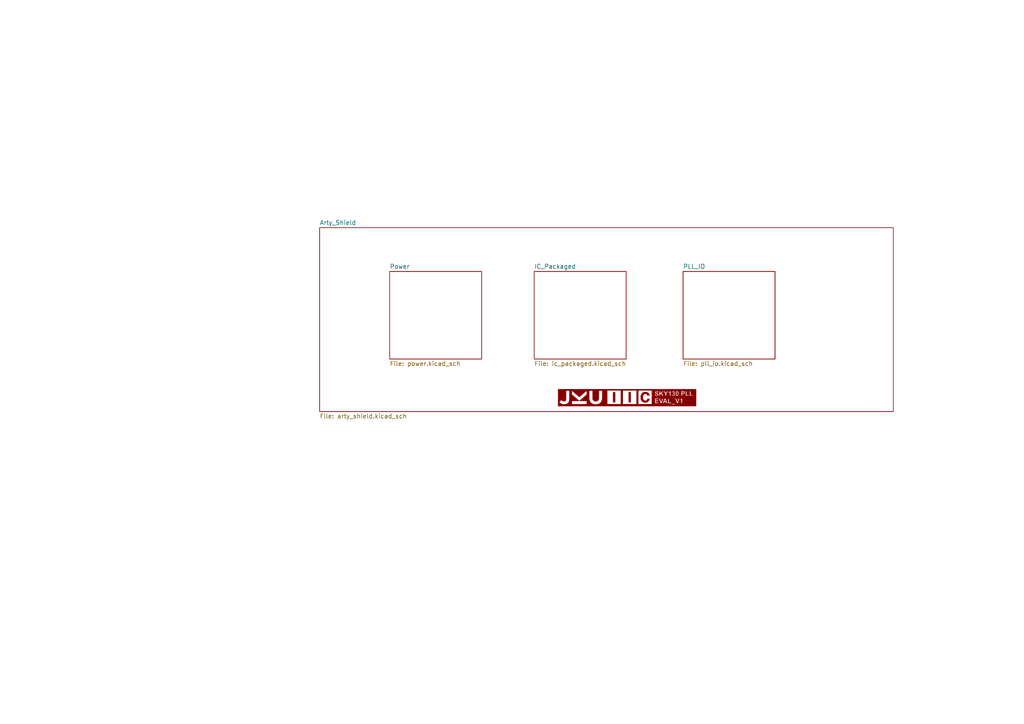
<source format=kicad_sch>
(kicad_sch (version 20230121) (generator eeschema)
  (paper "A4")
  (title_block (title "SKY130_PLL_EVAL_V1") (date "2024-04-05") (rev "v0.1") (company "IIC JKU") (comment 2 "apache.org/licenses/LICENSE-2.0") (comment 3 "License: Apache 2.0") (comment 4 "Author: Patrick Fath"))
  (lib_symbols
    (symbol "SKY130_PLL_LOGO:LOGO" (pin_names (offset 1.016))
      (symbol "LOGO_0_0"
        (polyline (pts (xy -3.4542 0.0909) (xy -3.4542 1.5583) (xy -3.7529 1.5583) (xy -4.0515 1.5583) (xy -4.0515 0.0909) (xy -4.0515 -1.3764) (xy -3.7529 -1.3764) (xy -3.4542 -1.3764) (xy -3.4542 0.0909)) (stroke (width 0.01)) (fill (type outline)))
        (polyline (pts (xy 1.0648 0.0909) (xy 1.0648 1.5583) (xy 0.7662 1.5583) (xy 0.4675 1.5583) (xy 0.4675 0.0909) (xy 0.4675 -1.3764) (xy 0.7662 -1.3764) (xy 1.0648 -1.3764) (xy 1.0648 0.0909)) (stroke (width 0.01)) (fill (type outline)))
        (polyline (pts (xy 16.2701 1.2483) (xy 16.3397 1.2567) (xy 16.387 1.276) (xy 16.4281 1.3104) (xy 16.4281 1.3105) (xy 16.481 1.3851) (xy 16.4841 1.4592) (xy 16.438 1.5418) (xy 16.4289 1.5531) (xy 16.3968 1.5841) (xy 16.3561 1.6013) (xy 16.2924 1.6087) (xy 16.1913 1.6103) (xy 15.9984 1.6103) (xy 15.9984 1.4285) (xy 15.9984 1.2467) (xy 16.1813 1.2467) (xy 16.2701 1.2483)) (stroke (width 0.01)) (fill (type outline)))
        (polyline (pts (xy 11.0677 -1.0907) (xy 11.1585 -1.0871) (xy 11.205 -1.0768) (xy 11.2136 -1.0583) (xy 11.1725 -0.9439) (xy 11.1244 -0.8135) (xy 11.0892 -0.7234) (xy 11.0645 -0.6682) (xy 11.0481 -0.6427) (xy 11.0378 -0.6415) (xy 11.032 -0.6509) (xy 11.0093 -0.7014) (xy 10.9783 -0.7795) (xy 10.9445 -0.8702) (xy 10.9135 -0.9583) (xy 10.8908 -1.0287) (xy 10.882 -1.0663) (xy 10.9051 -1.0785) (xy 10.9668 -1.0874) (xy 11.0536 -1.0908) (xy 11.0677 -1.0907)) (stroke (width 0.01)) (fill (type outline)))
        (polyline (pts (xy 14.5787 0.715) (xy 14.6394 0.7695) (xy 14.649 0.789) (xy 14.6682 0.8674) (xy 14.6811 0.9783) (xy 14.6877 1.1082) (xy 14.6878 1.2434) (xy 14.6812 1.3703) (xy 14.6678 1.4755) (xy 14.6475 1.5453) (xy 14.628 1.5769) (xy 14.5659 1.6249) (xy 14.4945 1.6279) (xy 14.4266 1.5837) (xy 14.4231 1.5797) (xy 14.3996 1.5412) (xy 14.3838 1.4845) (xy 14.3735 1.3982) (xy 14.3665 1.2712) (xy 14.3634 1.0864) (xy 14.3724 0.9222) (xy 14.3947 0.8071) (xy 14.4305 0.7405) (xy 14.4362 0.7352) (xy 14.5054 0.7028) (xy 14.5787 0.715)) (stroke (width 0.01)) (fill (type outline)))
        (polyline (pts (xy 5.5126 -1.4297) (xy 5.6977 -1.3857) (xy 5.8651 -1.3211) (xy 5.9364 -1.2828) (xy 6.1196 -1.147) (xy 6.277 -0.974) (xy 6.3993 -0.7734) (xy 6.4046 -0.7622) (xy 6.4507 -0.655) (xy 6.4876 -0.552) (xy 6.5078 -0.4739) (xy 6.5255 -0.3636) (xy 6.2286 -0.3636) (xy 5.9317 -0.3636) (xy 5.8838 -0.4969) (xy 5.8541 -0.5691) (xy 5.7601 -0.7174) (xy 5.6361 -0.8233) (xy 5.4822 -0.8867) (xy 5.2982 -0.9078) (xy 5.2179 -0.9047) (xy 5.0643 -0.8736) (xy 4.9335 -0.8041) (xy 4.8116 -0.6899) (xy 4.7978 -0.6739) (xy 4.7296 -0.5848) (xy 4.6796 -0.4935) (xy 4.6453 -0.3902) (xy 4.6241 -0.265) (xy 4.6134 -0.1079) (xy 4.6108 0.0909) (xy 4.6144 0.2807) (xy 4.627 0.4432) (xy 4.6514 0.5743) (xy 4.6904 0.6842) (xy 4.7466 0.7834) (xy 4.8229 0.8822) (xy 4.8849 0.9469) (xy 5.0027 1.0297) (xy 5.1407 1.0756) (xy 5.3112 1.0897) (xy 5.3961 1.0865) (xy 5.5626 1.0539) (xy 5.6963 0.9835) (xy 5.8023 0.8721) (xy 5.8856 0.7164) (xy 5.9345 0.5976) (xy 6.2363 0.5975) (xy 6.5381 0.5974) (xy 6.5152 0.7207) (xy 6.4767 0.8589) (xy 6.3889 1.0427) (xy 6.2681 1.2133) (xy 6.124 1.3579) (xy 5.9659 1.4635) (xy 5.8211 1.5279) (xy 5.6599 1.5757) (xy 5.4825 1.6017) (xy 5.2722 1.6094) (xy 5.1348 1.6069) (xy 5.0218 1.5975) (xy 4.9247 1.5785) (xy 4.825 1.5476) (xy 4.6282 1.4595) (xy 4.4301 1.3208) (xy 4.267 1.1445) (xy 4.1393 0.9312) (xy 4.0476 0.6819) (xy 3.9922 0.3972) (xy 3.9736 0.078) (xy 3.974 0.0281) (xy 3.9909 -0.2523) (xy 4.035 -0.4951) (xy 4.1088 -0.7071) (xy 4.2144 -0.8954) (xy 4.3542 -1.0668) (xy 4.3652 -1.0781) (xy 4.5395 -1.2254) (xy 4.7333 -1.3348) (xy 4.9346 -1.3995) (xy 4.9922 -1.4109) (xy 5.0751 -1.4274) (xy 5.1294 -1.4381) (xy 5.1631 -1.4437) (xy 5.3282 -1.45) (xy 5.5126 -1.4297)) (stroke (width 0.01)) (fill (type outline)))
        (polyline (pts (xy 20.0239 -0.0129) (xy 20.0239 2.4413) (xy 0.013 2.4413) (xy -19.9979 2.4413) (xy -19.9979 2.0778) (xy -5.7397 2.0778) (xy -3.7529 2.0778) (xy -1.766 2.0778) (xy -1.766 0.0909) (xy -1.766 -0.7764) (xy -1.2161 -0.7764) (xy -1.2159 -0.4962) (xy -1.2153 -0.197) (xy -1.2144 0.1169) (xy -1.2077 2.0648) (xy 0.7727 2.0714) (xy 2.753 2.0781) (xy 2.753 0.0911) (xy 2.753 -1.8959) (xy 3.2724 -1.8959) (xy 3.2724 0.0909) (xy 3.2724 2.0778) (xy 5.2462 2.0778) (xy 7.22 2.0778) (xy 7.22 0.8576) (xy 8.0546 0.8576) (xy 8.0634 0.9148) (xy 8.1096 0.9446) (xy 8.1534 0.955) (xy 8.2398 0.9603) (xy 8.3009 0.9315) (xy 8.3498 0.8641) (xy 8.3584 0.8487) (xy 8.4314 0.7597) (xy 8.5249 0.7152) (xy 8.6476 0.7106) (xy 8.6624 0.7123) (xy 8.7557 0.7375) (xy 8.8229 0.7911) (xy 8.8285 0.7977) (xy 8.8666 0.8502) (xy 8.8822 0.8857) (xy 8.8616 0.9347) (xy 8.7937 0.9892) (xy 8.6832 1.0415) (xy 8.5348 1.0886) (xy 8.5331 1.0891) (xy 8.4128 1.1237) (xy 8.3281 1.1571) (xy 8.2635 1.1967) (xy 8.2036 1.25) (xy 8.1653 1.2897) (xy 8.1241 1.3455) (xy 8.1067 1.4051) (xy 8.1031 1.4925) (xy 8.1032 1.5148) (xy 8.1104 1.5994) (xy 8.1343 1.6616) (xy 8.1834 1.7259) (xy 8.261 1.7956) (xy 8.3615 1.8431) (xy 8.4899 1.8656) (xy 8.6565 1.8661) (xy 8.6601 1.8659) (xy 8.7812 1.855) (xy 8.8649 1.8351) (xy 8.9247 1.803) (xy 8.9564 1.7777) (xy 9.0551 1.6653) (xy 9.1059 1.5388) (xy 9.1224 1.4544) (xy 8.9795 1.4544) (xy 8.9111 1.4556) (xy 8.8572 1.4642) (xy 8.827 1.4873) (xy 8.8045 1.532) (xy 8.7902 1.5587) (xy 8.7227 1.6178) (xy 8.6255 1.6453) (xy 8.51 1.6372) (xy 8.4689 1.6273) (xy 8.4022 1.6027) (xy 8.3707 1.5696) (xy 8.3628 1.5185) (xy 8.3643 1.501) (xy 8.3869 1.456) (xy 8.4418 1.4166) (xy 8.5355 1.3789) (xy 8.6744 1.3395) (xy 8.708 1.3307) (xy 8.8771 1.2744) (xy 9.0002 1.2073) (xy 9.0822 1.125) (xy 9.1278 1.0228) (xy 9.1419 0.8961) (xy 9.1419 0.8933) (xy 9.1184 0.748) (xy 9.0498 0.6285) (xy 8.9369 0.5358) (xy 8.896 0.516) (xy 8.8095 0.4935) (xy 9.3748 0.4935) (xy 9.3817 1.1752) (xy 9.3887 1.857) (xy 9.525 1.8648) (xy 9.6614 1.8727) (xy 9.6614 1.5857) (xy 9.6624 1.4853) (xy 9.6659 1.3885) (xy 9.6714 1.3228) (xy 9.6781 1.2986) (xy 9.68 1.2993) (xy 9.7086 1.3234) (xy 9.7628 1.3765) (xy 9.8345 1.4501) (xy 9.9159 1.5361) (xy 9.9993 1.6261) (xy 10.0768 1.7121) (xy 10.1405 1.7856) (xy 10.1545 1.802) (xy 10.1929 1.8399) (xy 10.2346 1.8602) (xy 10.296 1.8684) (xy 10.393 1.87) (xy 10.3957 1.87) (xy 10.4864 1.8666) (xy 10.5468 1.8578) (xy 10.566 1.8453) (xy 10.5647 1.8427) (xy 10.5631 1.8407) (xy 10.6287 1.8407) (xy 10.6399 1.8584) (xy 10.6855 1.8675) (xy 10.7742 1.87) (xy 10.9316 1.87) (xy 11.0792 1.6225) (xy 11.131 1.5371) (xy 11.1856 1.4501) (xy 11.2265 1.3887) (xy 11.2475 1.3624) (xy 11.2655 1.3754) (xy 11.3045 1.4252) (xy 11.3577 1.504) (xy 11.4192 1.6033) (xy 11.5704 1.857) (xy 11.7197 1.8648) (xy 11.7754 1.8662) (xy 11.8444 1.8605) (xy 11.8689 1.8448) (xy 11.8618 1.8268) (xy 11.8308 1.7698) (xy 11.7796 1.6829) (xy 11.7129 1.5737) (xy 11.6352 1.4502) (xy 11.6032 1.4) (xy 12.0247 1.4) (xy 12.0255 1.4327) (xy 12.0364 1.4847) (xy 12.0699 1.5238) (xy 12.1381 1.5678) (xy 12.197 1.6074) (xy 12.2749 1.6718) (xy 12.3447 1.7408) (xy 12.395 1.8029) (xy 12.4143 1.8464) (xy 12.4174 1.8527) (xy 12.4552 1.8644) (xy 12.5247 1.865) (xy 12.6351 1.857) (xy 12.642 1.1752) (xy 12.6453 0.8456) (xy 13.0175 0.8456) (xy 13.0254 0.8503) (xy 13.0741 0.8636) (xy 13.1467 0.8741) (xy 13.1703 0.8763) (xy 13.2332 0.8755) (xy 13.2728 0.8533) (xy 13.3107 0.7997) (xy 13.3279 0.7736) (xy 13.3809 0.7247) (xy 13.4548 0.7065) (xy 13.4934 0.7061) (xy 13.575 0.7337) (xy 13.6251 0.8019) (xy 13.6421 0.909) (xy 13.6399 0.952) (xy 13.6107 1.0445) (xy 13.5465 1.099) (xy 13.4459 1.1168) (xy 13.4137 1.117) (xy 13.3655 1.1229) (xy 13.3515 1.1459) (xy 13.359 1.198) (xy 13.3592 1.1987) (xy 13.3705 1.2623) (xy 13.3753 1.3019) (xy 13.3824 1.314) (xy 13.4214 1.3246) (xy 13.5012 1.3469) (xy 13.5603 1.4067) (xy 13.583 1.4897) (xy 13.5727 1.5643) (xy 13.5308 1.6187) (xy 13.4545 1.6358) (xy 13.4031 1.6315) (xy 13.3418 1.6001) (xy 13.3008 1.5285) (xy 13.2952 1.5143) (xy 13.2735 1.4799) (xy 13.2372 1.4708) (xy 13.1683 1.4803) (xy 13.1439 1.4851) (xy 13.0786 1.5021) (xy 13.0439 1.5175) (xy 13.0416 1.5311) (xy 13.0554 1.5808) (xy 13.0871 1.6498) (xy 13.1478 1.7363) (xy 13.2551 1.8194) (xy 13.3828 1.8612) (xy 13.5214 1.8591) (xy 13.6613 1.8105) (xy 13.667 1.8075) (xy 13.7736 1.726) (xy 13.8385 1.6258) (xy 13.86 1.5159) (xy 13.8363 1.4054) (xy 13.7653 1.3031) (xy 13.6899 1.2277) (xy 13.7534 1.1987) (xy 13.7599 1.1955) (xy 13.8172 1.1496) (xy 13.8371 1.1246) (xy 14.0895 1.1246) (xy 14.0911 1.2807) (xy 14.1031 1.4244) (xy 14.1257 1.5401) (xy 14.1425 1.5894) (xy 14.2141 1.713) (xy 14.3104 1.8001) (xy 14.4228 1.8507) (xy 14.5424 1.8646) (xy 14.6607 1.8417) (xy 14.7689 1.7819) (xy 14.8583 1.6851) (xy 14.9203 1.5512) (xy 14.9314 1.5062) (xy 14.95 1.3733) (xy 14.9583 1.2164) (xy 14.9563 1.0543) (xy 14.9439 0.9057) (xy 14.936 0.8653) (xy 15.7169 0.8653) (xy 15.7173 1.0285) (xy 15.7187 1.2082) (xy 15.7257 1.857) (xy 16.1023 1.8556) (xy 16.1663 1.8551) (xy 16.3256 1.8509) (xy 16.4451 1.8403) (xy 16.5337 1.8208) (xy 16.6003 1.7897) (xy 16.654 1.7444) (xy 16.7036 1.6825) (xy 16.7266 1.6426) (xy 16.759 1.534) (xy 16.7675 1.4117) (xy 16.7515 1.2954) (xy 16.711 1.2048) (xy 16.6554 1.1371) (xy 16.5894 1.0809) (xy 16.5106 1.0452) (xy 16.406 1.0244) (xy 16.2627 1.0129) (xy 16.0114 0.9999) (xy 16.0039 0.7467) (xy 15.9965 0.4935) (xy 17.0113 0.4935) (xy 17.0113 1.1688) (xy 17.0113 1.844) (xy 17.1406 1.844) (xy 17.2699 1.844) (xy 17.2769 1.2921) (xy 17.284 0.7402) (xy 17.6281 0.733) (xy 17.9722 0.7257) (xy 17.9722 0.6096) (xy 17.9722 0.4935) (xy 18.154 0.4935) (xy 18.154 1.1688) (xy 18.154 1.844) (xy 18.2968 1.844) (xy 18.4397 1.844) (xy 18.4397 1.2856) (xy 18.4397 0.7272) (xy 18.7903 0.7272) (xy 19.1409 0.7272) (xy 19.1409 0.6104) (xy 19.1409 0.4935) (xy 18.6474 0.4935) (xy 18.154 0.4935) (xy 17.9722 0.4935) (xy 17.4917 0.4935) (xy 17.0113 0.4935) (xy 15.9965 0.4935) (xy 15.8668 0.4935) (xy 15.8351 0.4942) (xy 15.7586 0.5047) (xy 15.7244 0.5264) (xy 15.7218 0.5487) (xy 15.7193 0.618) (xy 15.7176 0.726) (xy 15.7169 0.8653) (xy 14.936 0.8653) (xy 14.9212 0.7893) (xy 14.8907 0.7117) (xy 14.8027 0.5868) (xy 14.682 0.4967) (xy 14.6459 0.484) (xy 14.5589 0.4715) (xy 14.464 0.472) (xy 14.3881 0.4863) (xy 14.3274 0.5162) (xy 14.2231 0.6055) (xy 14.1465 0.7248) (xy 14.1422 0.7351) (xy 14.1154 0.8364) (xy 14.0977 0.9713) (xy 14.0895 1.1246) (xy 13.8371 1.1246) (xy 13.8687 1.0849) (xy 13.9124 0.9722) (xy 13.9153 0.8449) (xy 13.8766 0.7208) (xy 13.8001 0.6114) (xy 13.6893 0.5279) (xy 13.5535 0.4793) (xy 13.4084 0.4731) (xy 13.272 0.5109) (xy 13.1541 0.59) (xy 13.0642 0.7076) (xy 13.041 0.7548) (xy 13.0188 0.8148) (xy 13.0175 0.8456) (xy 12.6453 0.8456) (xy 12.6489 0.4935) (xy 12.5057 0.4935) (xy 12.3624 0.4935) (xy 12.3624 0.9734) (xy 12.3624 1.4533) (xy 12.2404 1.376) (xy 12.1949 1.348) (xy 12.112 1.3069) (xy 12.0598 1.3015) (xy 12.0326 1.3323) (xy 12.0247 1.4) (xy 11.6032 1.4) (xy 11.4014 1.0833) (xy 11.4014 0.7884) (xy 11.4014 0.4935) (xy 11.2586 0.4935) (xy 11.1158 0.4935) (xy 11.1158 0.7765) (xy 11.1158 1.0594) (xy 10.8801 1.4287) (xy 10.8219 1.5202) (xy 10.7493 1.6359) (xy 10.6899 1.7322) (xy 10.6486 1.8008) (xy 10.6306 1.8339) (xy 10.6287 1.8407) (xy 10.5631 1.8407) (xy 10.5378 1.8096) (xy 10.4827 1.7489) (xy 10.4065 1.6683) (xy 10.3163 1.5754) (xy 10.0751 1.3302) (xy 10.3242 0.9491) (xy 10.3919 0.845) (xy 10.4665 0.7287) (xy 10.5273 0.6321) (xy 10.5695 0.563) (xy 10.5881 0.5295) (xy 10.5901 0.5132) (xy 10.5711 0.5005) (xy 10.5191 0.4963) (xy 10.4247 0.4987) (xy 10.2466 0.5065) (xy 10.0661 0.8123) (xy 9.8855 1.1182) (xy 9.7734 1.0082) (xy 9.6614 0.8982) (xy 9.6614 0.6959) (xy 9.6614 0.4935) (xy 9.5181 0.4935) (xy 9.3748 0.4935) (xy 8.8095 0.4935) (xy 8.7934 0.4893) (xy 8.6513 0.4765) (xy 8.6202 0.4756) (xy 8.4392 0.4877) (xy 8.2953 0.5326) (xy 8.1845 0.6122) (xy 8.1025 0.7284) (xy 8.0829 0.7692) (xy 8.0546 0.8576) (xy 7.22 0.8576) (xy 7.22 0.0909) (xy 7.22 -1.6362) (xy 8.1022 -1.6362) (xy 8.1091 -0.9544) (xy 8.1161 -0.2727) (xy 8.616 -0.2656) (xy 9.116 -0.2586) (xy 9.116 -0.2742) (xy 9.2458 -0.2742) (xy 9.2606 -0.2676) (xy 9.3146 -0.2634) (xy 9.3945 -0.2649) (xy 9.5432 -0.2727) (xy 9.7045 -0.7401) (xy 9.7066 -0.7461) (xy 9.7574 -0.8932) (xy 9.8026 -1.0235) (xy 9.8393 -1.1289) (xy 9.8647 -1.2015) (xy 9.876 -1.233) (xy 9.8771 -1.2336) (xy 9.8913 -1.208) (xy 9.9185 -1.1415) (xy 9.9563 -1.041) (xy 10.002 -0.9134) (xy 10.0529 -0.7655) (xy 10.2197 -0.2727) (xy 10.3561 -0.2648) (xy 10.4312 -0.2632) (xy 10.4787 -0.2717) (xy 10.4924 -0.2932) (xy 10.4919 -0.2983) (xy 10.4795 -0.3459) (xy 10.4535 -0.4295) (xy 10.4169 -0.5392) (xy 10.3732 -0.6646) (xy 10.3261 -0.7973) (xy 10.2621 -0.9774) (xy 10.1984 -1.1568) (xy 10.1435 -1.3115) (xy 10.0383 -1.6083) (xy 10.3886 -1.6083) (xy 10.3917 -1.5958) (xy 10.4109 -1.5394) (xy 10.4456 -1.4441) (xy 10.4936 -1.3159) (xy 10.5525 -1.1607) (xy 10.6201 -0.9845) (xy 10.6941 -0.7933) (xy 10.7723 -0.593) (xy 10.8524 -0.3895) (xy 10.8986 -0.2727) (xy 11.0429 -0.265) (xy 11.0936 -0.2634) (xy 11.1692 -0.27) (xy 11.1813 -0.2779) (xy 13.972 -0.2779) (xy 13.9865 -0.2697) (xy 14.0401 -0.264) (xy 14.1197 -0.2649) (xy 14.2668 -0.2727) (xy 14.4324 -0.752) (xy 14.439 -0.771) (xy 14.4898 -0.9173) (xy 14.5347 -1.0448) (xy 14.5707 -1.1461) (xy 14.5954 -1.2134) (xy 14.6059 -1.2392) (xy 14.6068 -1.2387) (xy 14.6201 -1.2083) (xy 14.6467 -1.1374) (xy 14.684 -1.0331) (xy 14.7293 -0.9027) (xy 14.7801 -0.7534) (xy 14.9465 -0.2598) (xy 15.0829 -0.2597) (xy 15.1453 -0.2616) (xy 15.2019 -0.2727) (xy 15.2192 -0.2954) (xy 15.2192 -0.2955) (xy 15.2106 -0.3274) (xy 15.1873 -0.4) (xy 15.1519 -0.5053) (xy 15.1073 -0.6354) (xy 15.0746 -0.7296) (xy 15.3751 -0.7296) (xy 15.3758 -0.6969) (xy 15.3867 -0.645) (xy 15.4202 -0.6059) (xy 15.4884 -0.5618) (xy 15.5473 -0.5222) (xy 15.6252 -0.4578) (xy 15.6951 -0.3888) (xy 15.7453 -0.3268) (xy 15.7646 -0.2832) (xy 15.7677 -0.277) (xy 15.8055 -0.2652) (xy 15.875 -0.2647) (xy 15.9854 -0.2727) (xy 15.9854 -0.9479) (xy 15.9854 -1.6232) (xy 15.849 -1.631) (xy 15.7127 -1.6389) (xy 15.7127 -1.1576) (xy 15.7127 -0.6764) (xy 15.5907 -0.7537) (xy 15.5452 -0.7816) (xy 15.4623 -0.8227) (xy 15.4101 -0.8282) (xy 15.3829 -0.7974) (xy 15.3751 -0.7296) (xy 15.0746 -0.7296) (xy 15.0563 -0.7821) (xy 15.0018 -0.9376) (xy 14.9465 -1.0937) (xy 14.8932 -1.2425) (xy 14.8448 -1.3759) (xy 14.8041 -1.486) (xy 14.7739 -1.5647) (xy 14.7575 -1.5994) (xy 14.7305 -1.6239) (xy 14.6818 -1.6341) (xy 14.5963 -1.6362) (xy 14.4471 -1.6362) (xy 14.2093 -0.9674) (xy 14.2057 -0.9573) (xy 14.1435 -0.7816) (xy 14.0876 -0.6221) (xy 14.0403 -0.4855) (xy 14.0038 -0.3783) (xy 13.9803 -0.3069) (xy 13.972 -0.2779) (xy 11.1813 -0.2779) (xy 11.2012 -0.2909) (xy 11.2213 -0.3396) (xy 11.2595 -0.4335) (xy 11.3089 -0.5558) (xy 11.3663 -0.6982) (xy 11.428 -0.852) (xy 11.4909 -1.0088) (xy 11.5513 -1.16) (xy 11.606 -1.2971) (xy 11.6515 -1.4116) (xy 11.6844 -1.495) (xy 11.7012 -1.5388) (xy 11.7368 -1.6362) (xy 11.8949 -1.6362) (xy 11.8949 -0.9595) (xy 11.8949 -0.2829) (xy 12.0312 -0.2908) (xy 12.1676 -0.2986) (xy 12.1746 -0.8505) (xy 12.1816 -1.4024) (xy 12.5187 -1.4024) (xy 12.8558 -1.4024) (xy 12.8558 -1.5193) (xy 12.8558 -1.6362) (xy 12.3754 -1.6362) (xy 11.8949 -1.6362) (xy 11.7368 -1.6362) (xy 11.5853 -1.6362) (xy 11.4337 -1.6362) (xy 11.3751 -1.4795) (xy 11.3166 -1.3228) (xy 11.043 -1.3301) (xy 10.7694 -1.3375) (xy 10.7196 -1.4868) (xy 10.6699 -1.6362) (xy 10.5292 -1.6362) (xy 10.4769 -1.6344) (xy 10.4125 -1.6247) (xy 10.3886 -1.6083) (xy 10.0383 -1.6083) (xy 10.033 -1.6232) (xy 9.879 -1.6307) (xy 9.725 -1.6383) (xy 9.4854 -0.9649) (xy 9.4802 -0.9502) (xy 9.4179 -0.7744) (xy 9.3619 -0.6153) (xy 9.3145 -0.4792) (xy 9.2778 -0.3728) (xy 9.2542 -0.3023) (xy 9.2458 -0.2742) (xy 9.116 -0.2742) (xy 9.116 -0.389) (xy 9.116 -0.5194) (xy 8.7524 -0.5194) (xy 8.3888 -0.5194) (xy 8.3888 -0.6622) (xy 8.3888 -0.8051) (xy 8.7264 -0.8051) (xy 9.064 -0.8051) (xy 9.064 -0.9219) (xy 9.064 -1.0388) (xy 8.7264 -1.0388) (xy 8.3888 -1.0388) (xy 8.3888 -1.2206) (xy 8.3888 -1.4024) (xy 8.7653 -1.4024) (xy 9.1419 -1.4024) (xy 9.1419 -1.5193) (xy 9.1419 -1.6362) (xy 8.6221 -1.6362) (xy 8.1022 -1.6362) (xy 7.22 -1.6362) (xy 7.22 -1.8959) (xy 5.2462 -1.8959) (xy 3.2724 -1.8959) (xy 2.753 -1.8959) (xy 0.7783 -1.8959) (xy 0.6013 -1.8958) (xy 0.2413 -1.8955) (xy -0.0709 -1.8948) (xy -0.3383 -1.8937) (xy -0.5636 -1.8921) (xy -0.7499 -1.8899) (xy -0.9 -1.8872) (xy -1.0168 -1.8839) (xy -1.1032 -1.8799) (xy -1.162 -1.8752) (xy -1.1962 -1.8697) (xy -1.2087 -1.8634) (xy -1.2088 -1.8631) (xy -1.2107 -1.8303) (xy -1.2123 -1.7499) (xy -1.2137 -1.6259) (xy -1.2147 -1.4624) (xy -1.2155 -1.2636) (xy -1.2159 -1.0336) (xy -1.2161 -0.7764) (xy -1.766 -0.7764) (xy -1.766 -1.8959) (xy -3.7355 -1.8959) (xy -3.7703 -1.8959) (xy -4.0841 -1.8956) (xy -4.3823 -1.8949) (xy -4.6609 -1.8938) (xy -4.9159 -1.8924) (xy -5.1431 -1.8907) (xy -5.3386 -1.8887) (xy -5.4983 -1.8864) (xy -5.6182 -1.884) (xy -5.6942 -1.8813) (xy -5.7224 -1.8786) (xy -5.7227 -1.8779) (xy -5.7254 -1.8444) (xy -5.728 -1.7635) (xy -5.7305 -1.6391) (xy -5.7327 -1.4753) (xy -5.7347 -1.2762) (xy -5.7364 -1.0457) (xy -5.7378 -0.788) (xy -5.7388 -0.5071) (xy -5.7394 -0.207) (xy -5.7397 0.1083) (xy -5.7397 2.0778) (xy -19.9979 2.0778) (xy -19.9979 -0.0129) (xy -19.9979 -1.3375) (xy -19.6619 -1.3375) (xy -19.4858 -1.1436) (xy -19.4512 -1.1055) (xy -19.3544 -0.9995) (xy -19.26 -0.8964) (xy -19.184 -0.814) (xy -19.0584 -0.6783) (xy -18.8724 -0.8296) (xy -18.8279 -0.8654) (xy -18.7104 -0.9542) (xy -18.6126 -1.0147) (xy -18.5213 -1.0527) (xy -18.4232 -1.0743) (xy -18.3052 -1.0854) (xy -18.2199 -1.0891) (xy -18.1313 -1.0859) (xy -18.0603 -1.0704) (xy -17.9872 -1.0398) (xy -17.9265 -1.0066) (xy -17.8412 -0.9353) (xy -17.7785 -0.8385) (xy -17.7284 -0.703) (xy -17.7255 -0.6928) (xy -17.7162 -0.6523) (xy -17.7086 -0.6015) (xy -17.7023 -0.5357) (xy -17.6973 -0.4503) (xy -17.6934 -0.3407) (xy -17.6906 -0.2023) (xy -17.6886 -0.0305) (xy -17.6873 0.1794) (xy -17.6867 0.432) (xy -17.6865 0.732) (xy -17.6865 2.0258) (xy -17.1914 2.0258) (xy -16.6963 2.0258) (xy -16.7066 0.6428) (xy -16.7089 0.3531) (xy -16.7114 0.0878) (xy -16.7141 -0.1345) (xy -16.7171 -0.3184) (xy -16.7208 -0.4687) (xy -16.7251 -0.5898) (xy -16.7303 -0.6866) (xy -16.7365 -0.7635) (xy -16.744 -0.8253) (xy -16.7528 -0.8766) (xy -16.7632 -0.9219) (xy -16.8271 -1.1251) (xy -16.9408 -1.3587) (xy -17.089 -1.5538) (xy -17.2729 -1.7119) (xy -17.4941 -1.8343) (xy -17.7518 -1.9218) (xy -15.9984 -1.9218) (xy -15.9984 -1.4544) (xy -15.9984 -0.9869) (xy -14.9314 -0.9869) (xy -14.8254 -0.9868) (xy -14.6033 -0.9858) (xy -14.4009 -0.9839) (xy -14.2237 -0.9812) (xy -14.0769 -0.9778) (xy -13.9659 -0.9738) (xy -13.8962 -0.9693) (xy -13.873 -0.9645) (xy -13.8748 -0.9611) (xy -13.8998 -0.933) (xy -13.955 -0.8821) (xy -14.0441 -0.8053) (xy -14.1705 -0.6996) (xy -14.2256 -0.6533) (xy -14.3066 -0.5842) (xy -14.4025 -0.5019) (xy -14.5055 -0.4129) (xy -14.6078 -0.3242) (xy -14.7018 -0.2423) (xy -14.7796 -0.174) (xy -14.8334 -0.1261) (xy -14.8556 -0.1053) (xy -14.8766 -0.0854) (xy -14.9231 -0.0504) (xy -14.9545 -0.0268) (xy -15.0265 0.0323) (xy -15.1321 0.1227) (xy -15.2729 0.2457) (xy -15.4502 0.4026) (xy -15.4793 0.4283) (xy -15.5777 0.5138) (xy -15.6901 0.61) (xy -15.7974 0.7005) (xy -15.9984 0.8685) (xy -15.9984 1.4342) (xy -15.9982 1.5058) (xy -15.9968 1.6638) (xy -15.994 1.7996) (xy -15.99 1.9059) (xy -15.9853 1.9751) (xy -15.9799 1.9998) (xy -15.9628 1.9906) (xy -15.9169 1.9535) (xy -15.8565 1.8976) (xy -15.8211 1.864) (xy -15.729 1.7814) (xy -15.6427 1.7093) (xy -15.5971 1.6719) (xy -15.5171 1.6044) (xy -15.4105 1.5136) (xy -15.2839 1.4049) (xy -15.1435 1.2837) (xy -14.9959 1.1558) (xy -14.8584 1.0364) (xy -14.7143 0.9115) (xy -14.5821 0.7974) (xy -14.4688 0.6998) (xy -14.3811 0.6246) (xy -14.3257 0.5777) (xy -14.32 0.5729) (xy -14.2306 0.4981) (xy -14.1249 0.4094) (xy -14.0245 0.325) (xy -13.9954 0.3008) (xy -13.9191 0.2406) (xy -13.8603 0.1988) (xy -13.8297 0.1832) (xy -13.8291 0.1832) (xy -13.7998 0.2018) (xy -13.7385 0.249) (xy -13.6516 0.3196) (xy -13.5457 0.4084) (xy -13.4272 0.51) (xy -13.3125 0.6094) (xy -13.1878 0.717) (xy -13.0751 0.8139) (xy -12.9837 0.8922) (xy -12.9223 0.9443) (xy -12.9192 0.9469) (xy -12.8327 1.0205) (xy -12.73 1.1094) (xy -12.6327 1.1947) (xy -12.6033 1.2206) (xy -12.498 1.3121) (xy -12.3801 1.4132) (xy -12.2701 1.5064) (xy -12.2288 1.5411) (xy -12.1209 1.6327) (xy -12.0175 1.7214) (xy -11.9364 1.7921) (xy -11.8685 1.852) (xy -11.7904 1.9209) (xy -11.7326 1.9719) (xy -11.6611 2.0349) (xy -11.6611 2.0258) (xy -10.9626 2.0258) (xy -10.4822 2.0258) (xy -10.0018 2.0258) (xy -9.9939 0.7857) (xy -9.986 -0.4545) (xy -9.9188 -0.5973) (xy -9.8107 -0.7743) (xy -9.6701 -0.9196) (xy -9.5055 -1.0238) (xy -9.4456 -1.0499) (xy -9.3796 -1.0709) (xy -9.306 -1.0831) (xy -9.2101 -1.0887) (xy -9.077 -1.0899) (xy -9.0528 -1.0899) (xy -8.9179 -1.087) (xy -8.8194 -1.0786) (xy -8.744 -1.0629) (xy -8.6783 -1.0383) (xy -8.6722 -1.0355) (xy -8.5023 -0.9346) (xy -8.3687 -0.803) (xy -8.2676 -0.6357) (xy -8.1948 -0.4276) (xy -8.1934 -0.4219) (xy -8.1837 -0.3747) (xy -8.1758 -0.3146) (xy -8.1694 -0.2368) (xy -8.1644 -0.1365) (xy -8.1606 -0.0086) (xy -8.1579 0.1516) (xy -8.1562 0.3491) (xy -8.1553 0.5888) (xy -8.155 0.8755) (xy -8.155 2.0258) (xy -7.6745 2.0258) (xy -7.1941 2.0258) (xy -7.1942 0.9155) (xy -7.1944 0.7157) (xy -7.1958 0.429) (xy -7.1989 0.1853) (xy -7.2041 -0.0209) (xy -7.2118 -0.1952) (xy -7.2224 -0.3431) (xy -7.2365 -0.4701) (xy -7.2544 -0.5818) (xy -7.2766 -0.6837) (xy -7.3035 -0.7813) (xy -7.3355 -0.8802) (xy -7.3469 -0.913) (xy -7.431 -1.113) (xy -7.5318 -1.282) (xy -7.6597 -1.4381) (xy -7.8389 -1.606) (xy -8.0528 -1.7502) (xy -8.2938 -1.8579) (xy -8.5705 -1.9338) (xy -8.8832 -1.978) (xy -9.217 -1.9832) (xy -9.5434 -1.9466) (xy -9.8498 -1.869) (xy -9.9587 -1.8288) (xy -10.209 -1.7014) (xy -10.4244 -1.5365) (xy -10.6061 -1.3328) (xy -10.7551 -1.0894) (xy -10.8724 -0.8051) (xy -10.9462 -0.5843) (xy -10.9544 0.7207) (xy -10.9626 2.0258) (xy -11.6611 2.0258) (xy -11.6611 1.4608) (xy -11.6611 0.8867) (xy -11.9403 0.6467) (xy -11.9745 0.6173) (xy -12.0737 0.5312) (xy -12.1573 0.4579) (xy -12.2172 0.4043) (xy -12.2455 0.3775) (xy -12.2733 0.3513) (xy -12.3259 0.3105) (xy -12.3693 0.2772) (xy -12.4413 0.2171) (xy -12.5445 0.1282) (xy -12.6813 0.0085) (xy -12.854 -0.1443) (xy -12.863 -0.1523) (xy -12.9266 -0.2076) (xy -13.0199 -0.2881) (xy -13.135 -0.3869) (xy -13.2639 -0.4971) (xy -13.3983 -0.6117) (xy -13.824 -0.9739) (xy -12.7425 -0.9807) (xy -11.6611 -0.9874) (xy -11.6611 -1.4546) (xy -11.6611 -1.9218) (xy -13.8297 -1.9218) (xy -15.9984 -1.9218) (xy -17.7518 -1.9218) (xy -17.7539 -1.9225) (xy -17.8561 -1.9441) (xy -18.0713 -1.9686) (xy -18.3016 -1.9728) (xy -18.5259 -1.9567) (xy -18.7233 -1.9204) (xy -18.9857 -1.8311) (xy -19.243 -1.6936) (xy -19.474 -1.5123) (xy -19.6619 -1.3375) (xy -19.9979 -1.3375) (xy -19.9979 -2.0257) (xy 12.8818 -2.0257) (xy 12.8818 -1.9348) (xy 12.8818 -1.8439) (xy 13.4272 -1.8439) (xy 13.9726 -1.8439) (xy 13.9726 -1.9348) (xy 13.9726 -2.0257) (xy 13.4272 -2.0257) (xy 12.8818 -2.0257) (xy -19.9979 -2.0257) (xy -19.9979 -2.4672) (xy 0.013 -2.4672) (xy 20.0239 -2.4672) (xy 20.0239 -0.0129)) (stroke (width 0.01)) (fill (type outline)))
      )
    )
  )
  (symbol (lib_id "SKY130_PLL_LOGO:LOGO") (at 181.864 115.316 0) (unit 1)
    (property "Reference" "#G1" (effects hide))
    (property "Value" "LOGO" (effects hide))
    (property "Footprint" "SKY130_PLL_LOGO:SKY130_PLL_LOGO" (effects hide))
  )
  (sheet (at 113.03 78.74) (size 26.67 25.4) (stroke (width 0.1524))
    (property "Sheetname" "Power" (at 113.03 78.0284 0) (effects (justify left bottom)))
    (property "Sheetfile" "power.kicad_sch" (at 113.03 104.7246 0) (effects (justify left top)))
  )
  (sheet (at 92.71 66.04) (size 166.37 53.34) (stroke (width 0.1524))
    (property "Sheetname" "Arty_Shield" (at 92.71 65.3284 0) (effects (justify left bottom)))
    (property "Sheetfile" "arty_shield.kicad_sch" (at 92.71 119.9646 0) (effects (justify left top)))
  )
  (sheet (at 198.12 78.74) (size 26.67 25.4) (stroke (width 0.1524))
    (property "Sheetname" "PLL_IO" (at 198.12 78.0284 0) (effects (justify left bottom)))
    (property "Sheetfile" "pll_io.kicad_sch" (at 198.12 104.7246 0) (effects (justify left top)))
  )
  (sheet (at 154.94 78.74) (size 26.67 25.4) (stroke (width 0.1524))
    (property "Sheetname" "IC_Packaged" (at 154.94 78.0284 0) (effects (justify left bottom)))
    (property "Sheetfile" "ic_packaged.kicad_sch" (at 154.94 104.7246 0) (effects (justify left top)))
  )
)
</source>
